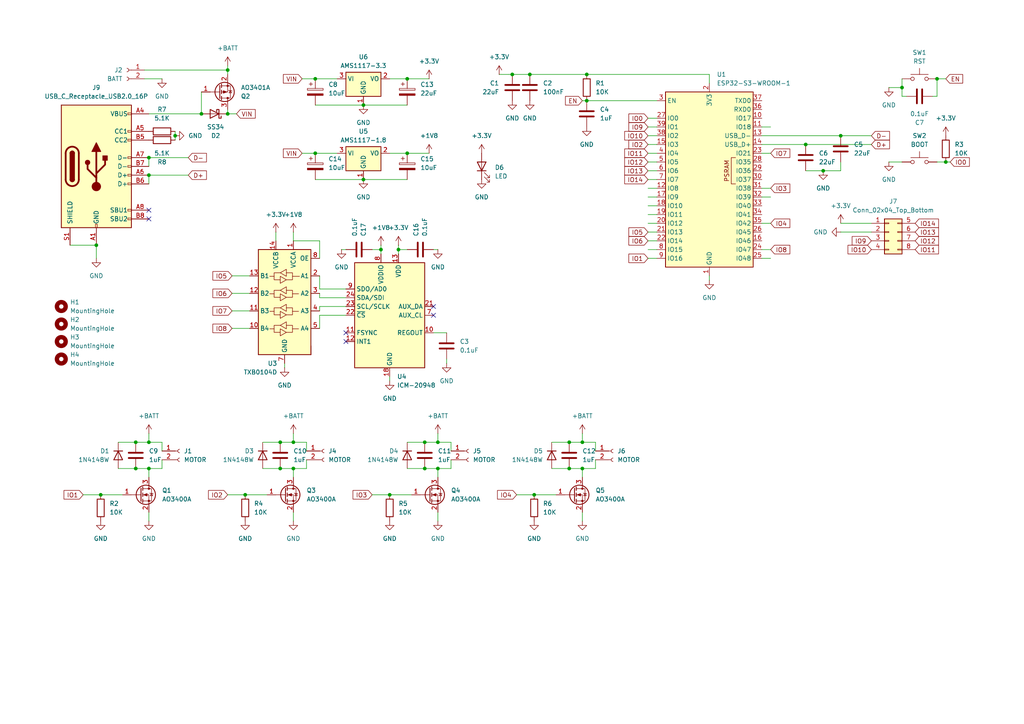
<source format=kicad_sch>
(kicad_sch (version 20250114) (generator "eeschema") (generator_version "9.0")
  (paper "A4")
  (junction (at 105.41 52.07))
  (junction (at 115.57 72.39))
  (junction (at 118.11 22.86))
  (junction (at 91.44 44.45))
  (junction (at 123.19 135.89))
  (junction (at 113.03 143.51))
  (junction (at 43.18 135.89))
  (junction (at 81.28 128.27))
  (junction (at 274.32 46.99))
  (junction (at 43.18 50.8))
  (junction (at 271.78 22.86))
  (junction (at 170.18 29.21))
  (junction (at 66.04 33.02))
  (junction (at 58.42 33.02))
  (junction (at 50.8 39.37))
  (junction (at 261.62 25.4))
  (junction (at 81.28 135.89))
  (junction (at 29.21 143.51))
  (junction (at 105.41 30.48))
  (junction (at 238.76 49.53))
  (junction (at 43.18 45.72))
  (junction (at 148.59 21.59))
  (junction (at 39.37 135.89))
  (junction (at 43.18 128.27))
  (junction (at 85.09 135.89))
  (junction (at 233.68 41.91))
  (junction (at 85.09 128.27))
  (junction (at 170.18 21.59))
  (junction (at 153.67 21.59))
  (junction (at 110.49 72.39))
  (junction (at 123.19 128.27))
  (junction (at 66.04 20.32))
  (junction (at 168.91 128.27))
  (junction (at 168.91 135.89))
  (junction (at 27.94 71.12))
  (junction (at 243.84 39.37))
  (junction (at 91.44 22.86))
  (junction (at 118.11 44.45))
  (junction (at 71.12 143.51))
  (junction (at 39.37 128.27))
  (junction (at 154.94 143.51))
  (junction (at 165.1 135.89))
  (junction (at 127 135.89))
  (junction (at 127 128.27))
  (junction (at 165.1 128.27))
  (no_connect (at 100.33 96.52))
  (no_connect (at 125.73 91.44))
  (no_connect (at 43.18 63.5))
  (no_connect (at 125.73 88.9))
  (no_connect (at 43.18 60.96))
  (no_connect (at 100.33 99.06))
  (wire (pts (xy 220.98 41.91) (xy 233.68 41.91)))
  (wire (pts (xy 82.55 105.41) (xy 82.55 106.68)))
  (wire (pts (xy 187.96 49.53) (xy 190.5 49.53)))
  (wire (pts (xy 123.19 128.27) (xy 127 128.27)))
  (wire (pts (xy 168.91 125.73) (xy 168.91 128.27)))
  (wire (pts (xy 43.18 45.72) (xy 43.18 48.26)))
  (wire (pts (xy 113.03 109.22) (xy 113.03 110.49)))
  (wire (pts (xy 115.57 71.12) (xy 115.57 72.39)))
  (wire (pts (xy 29.21 143.51) (xy 35.56 143.51)))
  (wire (pts (xy 20.32 71.12) (xy 27.94 71.12)))
  (wire (pts (xy 153.67 21.59) (xy 170.18 21.59)))
  (wire (pts (xy 43.18 128.27) (xy 46.99 128.27)))
  (wire (pts (xy 165.1 135.89) (xy 168.91 135.89)))
  (wire (pts (xy 92.71 91.44) (xy 92.71 95.25)))
  (wire (pts (xy 92.71 83.82) (xy 92.71 80.01)))
  (wire (pts (xy 257.81 25.4) (xy 261.62 25.4)))
  (wire (pts (xy 85.09 135.89) (xy 85.09 138.43)))
  (wire (pts (xy 187.96 69.85) (xy 190.5 69.85)))
  (wire (pts (xy 46.99 22.86) (xy 41.91 22.86)))
  (wire (pts (xy 43.18 135.89) (xy 43.18 138.43)))
  (wire (pts (xy 43.18 125.73) (xy 43.18 128.27)))
  (wire (pts (xy 172.72 133.35) (xy 172.72 135.89)))
  (wire (pts (xy 92.71 88.9) (xy 92.71 90.17)))
  (wire (pts (xy 170.18 29.21) (xy 190.5 29.21)))
  (wire (pts (xy 43.18 148.59) (xy 43.18 151.13)))
  (wire (pts (xy 100.33 83.82) (xy 92.71 83.82)))
  (wire (pts (xy 118.11 44.45) (xy 124.46 44.45)))
  (wire (pts (xy 34.29 135.89) (xy 39.37 135.89)))
  (wire (pts (xy 257.81 46.99) (xy 261.62 46.99)))
  (wire (pts (xy 172.72 135.89) (xy 168.91 135.89)))
  (wire (pts (xy 168.91 29.21) (xy 170.18 29.21)))
  (wire (pts (xy 91.44 44.45) (xy 97.79 44.45)))
  (wire (pts (xy 160.02 128.27) (xy 165.1 128.27)))
  (wire (pts (xy 66.04 20.32) (xy 66.04 21.59)))
  (wire (pts (xy 88.9 135.89) (xy 85.09 135.89)))
  (wire (pts (xy 125.73 96.52) (xy 129.54 96.52)))
  (wire (pts (xy 154.94 143.51) (xy 161.29 143.51)))
  (wire (pts (xy 271.78 27.94) (xy 271.78 22.86)))
  (wire (pts (xy 168.91 148.59) (xy 168.91 151.13)))
  (wire (pts (xy 50.8 39.37) (xy 50.8 40.64)))
  (wire (pts (xy 127 125.73) (xy 127 128.27)))
  (wire (pts (xy 187.96 52.07) (xy 190.5 52.07)))
  (wire (pts (xy 261.62 22.86) (xy 261.62 25.4)))
  (wire (pts (xy 187.96 44.45) (xy 190.5 44.45)))
  (wire (pts (xy 220.98 74.93) (xy 223.52 74.93)))
  (wire (pts (xy 85.09 148.59) (xy 85.09 151.13)))
  (wire (pts (xy 261.62 27.94) (xy 262.89 27.94)))
  (wire (pts (xy 39.37 128.27) (xy 43.18 128.27)))
  (wire (pts (xy 220.98 64.77) (xy 223.52 64.77)))
  (wire (pts (xy 87.63 44.45) (xy 91.44 44.45)))
  (wire (pts (xy 27.94 71.12) (xy 27.94 74.93)))
  (wire (pts (xy 125.73 72.39) (xy 127 72.39)))
  (wire (pts (xy 220.98 44.45) (xy 223.52 44.45)))
  (wire (pts (xy 243.84 67.31) (xy 252.73 67.31)))
  (wire (pts (xy 168.91 128.27) (xy 172.72 128.27)))
  (wire (pts (xy 187.96 36.83) (xy 190.5 36.83)))
  (wire (pts (xy 92.71 86.36) (xy 92.71 85.09)))
  (wire (pts (xy 46.99 133.35) (xy 46.99 135.89)))
  (wire (pts (xy 92.71 69.85) (xy 85.09 69.85)))
  (wire (pts (xy 113.03 44.45) (xy 118.11 44.45)))
  (wire (pts (xy 87.63 22.86) (xy 91.44 22.86)))
  (wire (pts (xy 127 135.89) (xy 127 138.43)))
  (wire (pts (xy 67.31 85.09) (xy 72.39 85.09)))
  (wire (pts (xy 100.33 88.9) (xy 92.71 88.9)))
  (wire (pts (xy 187.96 57.15) (xy 190.5 57.15)))
  (wire (pts (xy 100.33 86.36) (xy 92.71 86.36)))
  (wire (pts (xy 113.03 22.86) (xy 118.11 22.86)))
  (wire (pts (xy 43.18 45.72) (xy 54.61 45.72)))
  (wire (pts (xy 220.98 54.61) (xy 223.52 54.61)))
  (wire (pts (xy 66.04 19.05) (xy 66.04 20.32)))
  (wire (pts (xy 107.95 72.39) (xy 110.49 72.39)))
  (wire (pts (xy 58.42 33.02) (xy 58.42 26.67)))
  (wire (pts (xy 107.95 143.51) (xy 113.03 143.51)))
  (wire (pts (xy 160.02 135.89) (xy 165.1 135.89)))
  (wire (pts (xy 233.68 41.91) (xy 252.73 41.91)))
  (wire (pts (xy 187.96 59.69) (xy 190.5 59.69)))
  (wire (pts (xy 130.81 128.27) (xy 130.81 130.81)))
  (wire (pts (xy 118.11 128.27) (xy 123.19 128.27)))
  (wire (pts (xy 46.99 128.27) (xy 46.99 130.81)))
  (wire (pts (xy 88.9 133.35) (xy 88.9 135.89)))
  (wire (pts (xy 105.41 52.07) (xy 118.11 52.07)))
  (wire (pts (xy 41.91 20.32) (xy 66.04 20.32)))
  (wire (pts (xy 85.09 128.27) (xy 88.9 128.27)))
  (wire (pts (xy 43.18 33.02) (xy 58.42 33.02)))
  (wire (pts (xy 110.49 71.12) (xy 110.49 72.39)))
  (wire (pts (xy 118.11 135.89) (xy 123.19 135.89)))
  (wire (pts (xy 238.76 49.53) (xy 243.84 49.53)))
  (wire (pts (xy 39.37 135.89) (xy 43.18 135.89)))
  (wire (pts (xy 187.96 64.77) (xy 190.5 64.77)))
  (wire (pts (xy 66.04 31.75) (xy 66.04 33.02)))
  (wire (pts (xy 187.96 39.37) (xy 190.5 39.37)))
  (wire (pts (xy 113.03 143.51) (xy 119.38 143.51)))
  (wire (pts (xy 172.72 128.27) (xy 172.72 130.81)))
  (wire (pts (xy 271.78 46.99) (xy 274.32 46.99)))
  (wire (pts (xy 130.81 135.89) (xy 127 135.89)))
  (wire (pts (xy 100.33 72.39) (xy 99.06 72.39)))
  (wire (pts (xy 127 148.59) (xy 127 151.13)))
  (wire (pts (xy 76.2 135.89) (xy 81.28 135.89)))
  (wire (pts (xy 80.01 67.31) (xy 80.01 69.85)))
  (wire (pts (xy 123.19 135.89) (xy 127 135.89)))
  (wire (pts (xy 220.98 72.39) (xy 223.52 72.39)))
  (wire (pts (xy 67.31 90.17) (xy 72.39 90.17)))
  (wire (pts (xy 187.96 54.61) (xy 190.5 54.61)))
  (wire (pts (xy 115.57 72.39) (xy 115.57 73.66)))
  (wire (pts (xy 148.59 21.59) (xy 153.67 21.59)))
  (wire (pts (xy 148.59 21.59) (xy 144.78 21.59)))
  (wire (pts (xy 187.96 41.91) (xy 190.5 41.91)))
  (wire (pts (xy 130.81 133.35) (xy 130.81 135.89)))
  (wire (pts (xy 66.04 143.51) (xy 71.12 143.51)))
  (wire (pts (xy 91.44 30.48) (xy 105.41 30.48)))
  (wire (pts (xy 88.9 128.27) (xy 88.9 130.81)))
  (wire (pts (xy 274.32 46.99) (xy 275.59 46.99)))
  (wire (pts (xy 205.74 81.28) (xy 205.74 80.01)))
  (wire (pts (xy 115.57 72.39) (xy 118.11 72.39)))
  (wire (pts (xy 149.86 143.51) (xy 154.94 143.51)))
  (wire (pts (xy 118.11 22.86) (xy 124.46 22.86)))
  (wire (pts (xy 129.54 104.14) (xy 129.54 105.41)))
  (wire (pts (xy 92.71 74.93) (xy 92.71 69.85)))
  (wire (pts (xy 81.28 128.27) (xy 85.09 128.27)))
  (wire (pts (xy 187.96 67.31) (xy 190.5 67.31)))
  (wire (pts (xy 91.44 52.07) (xy 105.41 52.07)))
  (wire (pts (xy 105.41 30.48) (xy 118.11 30.48)))
  (wire (pts (xy 85.09 67.31) (xy 85.09 69.85)))
  (wire (pts (xy 261.62 25.4) (xy 261.62 27.94)))
  (wire (pts (xy 127 128.27) (xy 130.81 128.27)))
  (wire (pts (xy 165.1 128.27) (xy 168.91 128.27)))
  (wire (pts (xy 243.84 49.53) (xy 243.84 46.99)))
  (wire (pts (xy 76.2 128.27) (xy 81.28 128.27)))
  (wire (pts (xy 46.99 135.89) (xy 43.18 135.89)))
  (wire (pts (xy 220.98 39.37) (xy 243.84 39.37)))
  (wire (pts (xy 24.13 143.51) (xy 29.21 143.51)))
  (wire (pts (xy 271.78 22.86) (xy 274.32 22.86)))
  (wire (pts (xy 50.8 38.1) (xy 50.8 39.37)))
  (wire (pts (xy 100.33 91.44) (xy 92.71 91.44)))
  (wire (pts (xy 67.31 95.25) (xy 72.39 95.25)))
  (wire (pts (xy 187.96 74.93) (xy 190.5 74.93)))
  (wire (pts (xy 187.96 46.99) (xy 190.5 46.99)))
  (wire (pts (xy 85.09 125.73) (xy 85.09 128.27)))
  (wire (pts (xy 187.96 62.23) (xy 190.5 62.23)))
  (wire (pts (xy 233.68 49.53) (xy 238.76 49.53)))
  (wire (pts (xy 243.84 64.77) (xy 252.73 64.77)))
  (wire (pts (xy 168.91 135.89) (xy 168.91 138.43)))
  (wire (pts (xy 243.84 39.37) (xy 252.73 39.37)))
  (wire (pts (xy 43.18 50.8) (xy 43.18 53.34)))
  (wire (pts (xy 187.96 34.29) (xy 190.5 34.29)))
  (wire (pts (xy 270.51 27.94) (xy 271.78 27.94)))
  (wire (pts (xy 67.31 80.01) (xy 72.39 80.01)))
  (wire (pts (xy 71.12 143.51) (xy 77.47 143.51)))
  (wire (pts (xy 91.44 22.86) (xy 97.79 22.86)))
  (wire (pts (xy 110.49 72.39) (xy 110.49 73.66)))
  (wire (pts (xy 66.04 33.02) (xy 68.58 33.02)))
  (wire (pts (xy 187.96 72.39) (xy 190.5 72.39)))
  (wire (pts (xy 43.18 50.8) (xy 54.61 50.8)))
  (wire (pts (xy 205.74 24.13) (xy 205.74 21.59)))
  (wire (pts (xy 220.98 57.15) (xy 223.52 57.15)))
  (wire (pts (xy 220.98 36.83) (xy 223.52 36.83)))
  (wire (pts (xy 170.18 21.59) (xy 205.74 21.59)))
  (wire (pts (xy 34.29 128.27) (xy 39.37 128.27)))
  (wire (pts (xy 81.28 135.89) (xy 85.09 135.89)))
  (global_label "IO6" (shape input) (at 67.31 85.09 180) (property "Intersheetrefs" "${INTERSHEET_REFS}" (effects (hide yes))))
  (global_label "IO1" (shape input) (at 187.96 74.93 180) (property "Intersheetrefs" "${INTERSHEET_REFS}" (effects (hide yes))))
  (global_label "IO9" (shape input) (at 252.73 69.85 180) (property "Intersheetrefs" "${INTERSHEET_REFS}" (effects (hide yes))))
  (global_label "D+" (shape input) (at 54.61 50.8 0) (property "Intersheetrefs" "${INTERSHEET_REFS}" (effects (hide yes))))
  (global_label "IO8" (shape input) (at 223.52 72.39 0) (property "Intersheetrefs" "${INTERSHEET_REFS}" (effects (hide yes))))
  (global_label "IO5" (shape input) (at 67.31 80.01 180) (property "Intersheetrefs" "${INTERSHEET_REFS}" (effects (hide yes))))
  (global_label "IO6" (shape input) (at 187.96 69.85 180) (property "Intersheetrefs" "${INTERSHEET_REFS}" (effects (hide yes))))
  (global_label "IO2" (shape input) (at 187.96 41.91 180) (property "Intersheetrefs" "${INTERSHEET_REFS}" (effects (hide yes))))
  (global_label "IO3" (shape input) (at 107.95 143.51 180) (property "Intersheetrefs" "${INTERSHEET_REFS}" (effects (hide yes))))
  (global_label "IO13" (shape input) (at 187.96 49.53 180) (property "Intersheetrefs" "${INTERSHEET_REFS}" (effects (hide yes))))
  (global_label "IO12" (shape input) (at 187.96 46.99 180) (property "Intersheetrefs" "${INTERSHEET_REFS}" (effects (hide yes))))
  (global_label "VIN" (shape input) (at 68.58 33.02 0) (property "Intersheetrefs" "${INTERSHEET_REFS}" (effects (hide yes))))
  (global_label "IO7" (shape input) (at 223.52 44.45 0) (property "Intersheetrefs" "${INTERSHEET_REFS}" (effects (hide yes))))
  (global_label "IO13" (shape input) (at 265.43 67.31 0) (property "Intersheetrefs" "${INTERSHEET_REFS}" (effects (hide yes))))
  (global_label "IO2" (shape input) (at 66.04 143.51 180) (property "Intersheetrefs" "${INTERSHEET_REFS}" (effects (hide yes))))
  (global_label "IO11" (shape input) (at 187.96 44.45 180) (property "Intersheetrefs" "${INTERSHEET_REFS}" (effects (hide yes))))
  (global_label "D-" (shape input) (at 252.73 39.37 0) (property "Intersheetrefs" "${INTERSHEET_REFS}" (effects (hide yes))))
  (global_label "IO10" (shape input) (at 252.73 72.39 180) (property "Intersheetrefs" "${INTERSHEET_REFS}" (effects (hide yes))))
  (global_label "EN" (shape input) (at 168.91 29.21 180) (property "Intersheetrefs" "${INTERSHEET_REFS}" (effects (hide yes))))
  (global_label "IO0" (shape input) (at 187.96 34.29 180) (property "Intersheetrefs" "${INTERSHEET_REFS}" (effects (hide yes))))
  (global_label "D+" (shape input) (at 252.73 41.91 0) (property "Intersheetrefs" "${INTERSHEET_REFS}" (effects (hide yes))))
  (global_label "IO0" (shape input) (at 275.59 46.99 0) (property "Intersheetrefs" "${INTERSHEET_REFS}" (effects (hide yes))))
  (global_label "IO11" (shape input) (at 265.43 72.39 0) (property "Intersheetrefs" "${INTERSHEET_REFS}" (effects (hide yes))))
  (global_label "IO8" (shape input) (at 67.31 95.25 180) (property "Intersheetrefs" "${INTERSHEET_REFS}" (effects (hide yes))))
  (global_label "IO7" (shape input) (at 67.31 90.17 180) (property "Intersheetrefs" "${INTERSHEET_REFS}" (effects (hide yes))))
  (global_label "D-" (shape input) (at 54.61 45.72 0) (property "Intersheetrefs" "${INTERSHEET_REFS}" (effects (hide yes))))
  (global_label "IO3" (shape input) (at 223.52 54.61 0) (property "Intersheetrefs" "${INTERSHEET_REFS}" (effects (hide yes))))
  (global_label "IO1" (shape input) (at 24.13 143.51 180) (property "Intersheetrefs" "${INTERSHEET_REFS}" (effects (hide yes))))
  (global_label "IO5" (shape input) (at 187.96 67.31 180) (property "Intersheetrefs" "${INTERSHEET_REFS}" (effects (hide yes))))
  (global_label "IO4" (shape input) (at 149.86 143.51 180) (property "Intersheetrefs" "${INTERSHEET_REFS}" (effects (hide yes))))
  (global_label "IO12" (shape input) (at 265.43 69.85 0) (property "Intersheetrefs" "${INTERSHEET_REFS}" (effects (hide yes))))
  (global_label "IO14" (shape input) (at 265.43 64.77 0) (property "Intersheetrefs" "${INTERSHEET_REFS}" (effects (hide yes))))
  (global_label "VIN" (shape input) (at 87.63 22.86 180) (property "Intersheetrefs" "${INTERSHEET_REFS}" (effects (hide yes))))
  (global_label "IO9" (shape input) (at 187.96 36.83 180) (property "Intersheetrefs" "${INTERSHEET_REFS}" (effects (hide yes))))
  (global_label "EN" (shape input) (at 274.32 22.86 0) (property "Intersheetrefs" "${INTERSHEET_REFS}" (effects (hide yes))))
  (global_label "VIN" (shape input) (at 87.63 44.45 180) (property "Intersheetrefs" "${INTERSHEET_REFS}" (effects (hide yes))))
  (global_label "IO10" (shape input) (at 187.96 39.37 180) (property "Intersheetrefs" "${INTERSHEET_REFS}" (effects (hide yes))))
  (global_label "IO4" (shape input) (at 223.52 64.77 0) (property "Intersheetrefs" "${INTERSHEET_REFS}" (effects (hide yes))))
  (global_label "IO14" (shape input) (at 187.96 52.07 180) (property "Intersheetrefs" "${INTERSHEET_REFS}" (effects (hide yes))))
  (symbol (lib_id "power:GND") (at 170.18 36.83 0) (unit 1)
    (property "Reference" "#PWR07" (effects (hide yes)))
    (property "Value" "GND" (at 170.18 41.91 0))
    (property "Description" "Power symbol creates a global label with name \"GND\" , ground" (effects (hide yes)))
  )
  (symbol (lib_id "RF_Module:ESP32-S3-WROOM-1") (at 205.74 52.07 0) (unit 1)
    (property "Reference" "U1" (at 207.8833 21.59 0) (effects (justify left)))
    (property "Value" "ESP32-S3-WROOM-1" (at 207.8833 24.13 0) (effects (justify left)))
    (property "Footprint" "RF_Module:ESP32-S3-WROOM-1" (effects (hide yes)))
    (property "Datasheet" "https://www.espressif.com/sites/default/files/documentation/esp32-s3-wroom-1_wroom-1u_datasheet_en.pdf" (effects (hide yes)))
    (property "Description" "RF Module, ESP32-S3 SoC, Wi-Fi 802.11b/g/n, Bluetooth, BLE, 32-bit, 3.3V, onboard antenna, SMD" (effects (hide yes)))
  )
  (symbol (lib_id "Device:C") (at 165.1 132.08 0) (unit 1)
    (property "Reference" "C12" (at 168.91 130.8099 0) (effects (justify left)))
    (property "Value" "1uF" (at 168.91 133.3499 0) (effects (justify left)))
    (property "Footprint" "Capacitor_SMD:C_0805_2012Metric" (effects (hide yes)))
    (property "Description" "Unpolarized capacitor" (effects (hide yes)))
  )
  (symbol (lib_id "Mechanical:MountingHole") (at 17.78 93.98 0) (unit 1) (exclude_from_sim yes) (in_bom no)
    (property "Reference" "H2" (at 20.32 92.7099 0) (effects (justify left)))
    (property "Value" "MountingHole" (at 20.32 95.2499 0) (effects (justify left)))
    (property "Footprint" "MountingHole:MountingHole_2.1mm" (effects (hide yes)))
    (property "Description" "Mounting Hole without connection" (effects (hide yes)))
  )
  (symbol (lib_id "Logic_LevelTranslator:TXB0104D") (at 82.55 87.63 0) (mirror y) (unit 1)
    (property "Reference" "U3" (at 80.4067 105.41 0) (effects (justify left)))
    (property "Value" "TXB0104D" (at 80.4067 107.95 0) (effects (justify left)))
    (property "Footprint" "Package_SO:SOIC-14_3.9x8.7mm_P1.27mm" (effects (hide yes)))
    (property "Datasheet" "http://www.ti.com/lit/ds/symlink/txb0104.pdf" (effects (hide yes)))
    (property "Description" "4-Bit Bidirectional Voltage-Level Translator, Auto Direction Sensing and ±15-kV ESD Protection, 1.2 - 3.6V APort, 1.65 - 5.5V BPort, SOIC-14" (effects (hide yes)))
  )
  (symbol (lib_id "Device:R") (at 113.03 147.32 0) (unit 1)
    (property "Reference" "R5" (at 115.57 146.0499 0) (effects (justify left)))
    (property "Value" "10K" (at 115.57 148.5899 0) (effects (justify left)))
    (property "Footprint" "Resistor_SMD:R_0805_2012Metric" (effects (hide yes)))
    (property "Description" "Resistor" (effects (hide yes)))
  )
  (symbol (lib_id "power:GND") (at 238.76 49.53 0) (unit 1)
    (property "Reference" "#PWR08" (effects (hide yes)))
    (property "Value" "GND" (at 238.76 54.61 0))
    (property "Description" "Power symbol creates a global label with name \"GND\" , ground" (effects (hide yes)))
  )
  (symbol (lib_id "Transistor_FET:AO3401A") (at 63.5 26.67 0) (mirror x) (unit 1)
    (property "Reference" "Q2" (at 69.85 27.9401 0) (effects (justify left)))
    (property "Value" "AO3401A" (at 69.85 25.4001 0) (effects (justify left)))
    (property "Footprint" "Package_TO_SOT_SMD:SOT-23" (effects (hide yes)))
    (property "Datasheet" "http://www.aosmd.com/pdfs/datasheet/AO3401A.pdf" (effects (hide yes)))
    (property "Description" "-4.0A Id, -30V Vds, P-Channel MOSFET, SOT-23" (effects (hide yes)))
  )
  (symbol (lib_id "Connector:Conn_01x02_Socket") (at 135.89 130.81 0) (unit 1)
    (property "Reference" "J5" (at 137.16 130.8099 0) (effects (justify left)))
    (property "Value" "MOTOR" (at 137.16 133.3499 0) (effects (justify left)))
    (property "Footprint" "Jumper:SolderJumper-2_P1.3mm_Open_TrianglePad1.0x1.5mm" (effects (hide yes)))
    (property "Description" "Generic connector, single row, 01x02, script generated" (effects (hide yes)))
  )
  (symbol (lib_id "Transistor_FET:AO3400A") (at 82.55 143.51 0) (unit 1)
    (property "Reference" "Q3" (at 88.9 142.2399 0) (effects (justify left)))
    (property "Value" "AO3400A" (at 88.9 144.7799 0) (effects (justify left)))
    (property "Footprint" "Package_TO_SOT_SMD:SOT-23" (effects (hide yes)))
    (property "Datasheet" "http://www.aosmd.com/pdfs/datasheet/AO3400A.pdf" (effects (hide yes)))
    (property "Description" "30V Vds, 5.7A Id, N-Channel MOSFET, SOT-23" (effects (hide yes)))
  )
  (symbol (lib_id "power:+BATT") (at 43.18 125.73 0) (unit 1)
    (property "Reference" "#PWR013" (effects (hide yes)))
    (property "Value" "+BATT" (at 43.18 120.65 0))
    (property "Description" "Power symbol creates a global label with name \"+BATT\"" (effects (hide yes)))
  )
  (symbol (lib_id "power:GND") (at 105.41 52.07 0) (unit 1)
    (property "Reference" "#PWR030" (effects (hide yes)))
    (property "Value" "GND" (at 105.41 57.15 0))
    (property "Description" "Power symbol creates a global label with name \"GND\" , ground" (effects (hide yes)))
  )
  (symbol (lib_id "power:GND") (at 139.7 52.07 0) (unit 1)
    (property "Reference" "#PWR044" (effects (hide yes)))
    (property "Value" "GND" (at 139.7 57.15 0))
    (property "Description" "Power symbol creates a global label with name \"GND\" , ground" (effects (hide yes)))
  )
  (symbol (lib_id "power:GND") (at 113.03 151.13 0) (unit 1)
    (property "Reference" "#PWR022" (effects (hide yes)))
    (property "Value" "GND" (at 113.03 156.21 0))
    (property "Description" "Power symbol creates a global label with name \"GND\" , ground" (effects (hide yes)))
  )
  (symbol (lib_id "Device:C") (at 266.7 27.94 90) (mirror x) (unit 1)
    (property "Reference" "C7" (at 266.7 35.56 90))
    (property "Value" "0.1uF" (at 266.7 33.02 90))
    (property "Footprint" "Capacitor_SMD:C_0805_2012Metric" (effects (hide yes)))
    (property "Description" "Unpolarized capacitor" (effects (hide yes)))
  )
  (symbol (lib_id "power:GND") (at 148.59 29.21 0) (unit 1)
    (property "Reference" "#PWR03" (effects (hide yes)))
    (property "Value" "GND" (at 148.59 34.29 0))
    (property "Description" "Power symbol creates a global label with name \"GND\" , ground" (effects (hide yes)))
  )
  (symbol (lib_id "Device:C") (at 104.14 72.39 270) (mirror x) (unit 1)
    (property "Reference" "C17" (at 105.4101 68.58 0) (effects (justify left)))
    (property "Value" "0.1uF" (at 102.8701 68.58 0) (effects (justify left)))
    (property "Footprint" "Capacitor_SMD:C_0805_2012Metric" (effects (hide yes)))
    (property "Description" "Unpolarized capacitor" (effects (hide yes)))
  )
  (symbol (lib_id "power:GND") (at 154.94 151.13 0) (unit 1)
    (property "Reference" "#PWR025" (effects (hide yes)))
    (property "Value" "GND" (at 154.94 156.21 0))
    (property "Description" "Power symbol creates a global label with name \"GND\" , ground" (effects (hide yes)))
  )
  (symbol (lib_id "Device:C_Polarized") (at 91.44 48.26 0) (unit 1)
    (property "Reference" "C14" (at 95.25 46.1009 0) (effects (justify left)))
    (property "Value" "10uF" (at 95.25 48.6409 0) (effects (justify left)))
    (property "Footprint" "Capacitor_SMD:C_0805_2012Metric" (effects (hide yes)))
    (property "Description" "Polarized capacitor" (effects (hide yes)))
  )
  (symbol (lib_id "power:+BATT") (at 168.91 125.73 0) (unit 1)
    (property "Reference" "#PWR026" (effects (hide yes)))
    (property "Value" "+BATT" (at 168.91 120.65 0))
    (property "Description" "Power symbol creates a global label with name \"+BATT\"" (effects (hide yes)))
  )
  (symbol (lib_id "power:GND") (at 27.94 74.93 0) (unit 1)
    (property "Reference" "#PWR04" (effects (hide yes)))
    (property "Value" "GND" (at 27.94 80.01 0))
    (property "Description" "Power symbol creates a global label with name \"GND\" , ground" (effects (hide yes)))
  )
  (symbol (lib_id "power:GND") (at 50.8 39.37 90) (unit 1)
    (property "Reference" "#PWR029" (effects (hide yes)))
    (property "Value" "GND" (at 54.61 39.3699 90) (effects (justify right)))
    (property "Description" "Power symbol creates a global label with name \"GND\" , ground" (effects (hide yes)))
  )
  (symbol (lib_id "Device:C_Polarized") (at 91.44 26.67 0) (unit 1)
    (property "Reference" "C8" (at 95.25 24.5109 0) (effects (justify left)))
    (property "Value" "10uF" (at 95.25 27.0509 0) (effects (justify left)))
    (property "Footprint" "Capacitor_SMD:C_0805_2012Metric" (effects (hide yes)))
    (property "Description" "Polarized capacitor" (effects (hide yes)))
  )
  (symbol (lib_id "Device:C") (at 153.67 25.4 0) (unit 1)
    (property "Reference" "C2" (at 157.48 24.1299 0) (effects (justify left)))
    (property "Value" "100nF" (at 157.48 26.6699 0) (effects (justify left)))
    (property "Footprint" "Capacitor_SMD:C_0805_2012Metric" (effects (hide yes)))
    (property "Description" "Unpolarized capacitor" (effects (hide yes)))
  )
  (symbol (lib_id "power:GND") (at 85.09 151.13 0) (unit 1)
    (property "Reference" "#PWR021" (effects (hide yes)))
    (property "Value" "GND" (at 85.09 156.21 0))
    (property "Description" "Power symbol creates a global label with name \"GND\" , ground" (effects (hide yes)))
  )
  (symbol (lib_id "Diode:1N4148W") (at 160.02 132.08 90) (mirror x) (unit 1)
    (property "Reference" "D5" (at 157.48 130.8099 90) (effects (justify left)))
    (property "Value" "1N4148W" (at 157.48 133.3499 90) (effects (justify left)))
    (property "Footprint" "Diode_SMD:D_SOD-123" (effects (hide yes)))
    (property "Datasheet" "https://www.vishay.com/docs/85748/1n4148w.pdf" (effects (hide yes)))
    (property "Description" "75V 0.15A Fast Switching Diode, SOD-123" (effects (hide yes)))
    (property "Sim.Device" "D" (effects (hide yes)))
    (property "Sim.Pins" "1=K 2=A" (effects (hide yes)))
  )
  (symbol (lib_id "power:+1V8") (at 110.49 71.12 0) (mirror y) (unit 1)
    (property "Reference" "#PWR035" (effects (hide yes)))
    (property "Value" "+1V8" (at 110.49 66.04 0))
    (property "Description" "Power symbol creates a global label with name \"+1V8\"" (effects (hide yes)))
  )
  (symbol (lib_id "Switch:SW_Push") (at 266.7 46.99 0) (unit 1)
    (property "Reference" "SW2" (at 266.7 39.37 0))
    (property "Value" "BOOT" (at 266.7 41.91 0))
    (property "Footprint" "Button_Switch_SMD:SW_SPST_B3U-1000P" (effects (hide yes)))
    (property "Description" "Push button switch, generic, two pins" (effects (hide yes)))
  )
  (symbol (lib_id "power:+1V8") (at 85.09 67.31 0) (unit 1)
    (property "Reference" "#PWR032" (effects (hide yes)))
    (property "Value" "+1V8" (at 85.09 62.23 0))
    (property "Description" "Power symbol creates a global label with name \"+1V8\"" (effects (hide yes)))
  )
  (symbol (lib_id "Device:R") (at 29.21 147.32 0) (unit 1)
    (property "Reference" "R2" (at 31.75 146.0499 0) (effects (justify left)))
    (property "Value" "10K" (at 31.75 148.5899 0) (effects (justify left)))
    (property "Footprint" "Resistor_SMD:R_0805_2012Metric" (effects (hide yes)))
    (property "Description" "Resistor" (effects (hide yes)))
  )
  (symbol (lib_id "Mechanical:MountingHole") (at 17.78 88.9 0) (unit 1) (exclude_from_sim yes) (in_bom no)
    (property "Reference" "H1" (at 20.32 87.6299 0) (effects (justify left)))
    (property "Value" "MountingHole" (at 20.32 90.1699 0) (effects (justify left)))
    (property "Footprint" "MountingHole:MountingHole_2.1mm" (effects (hide yes)))
    (property "Description" "Mounting Hole without connection" (effects (hide yes)))
  )
  (symbol (lib_id "power:+BATT") (at 85.09 125.73 0) (unit 1)
    (property "Reference" "#PWR020" (effects (hide yes)))
    (property "Value" "+BATT" (at 85.09 120.65 0))
    (property "Description" "Power symbol creates a global label with name \"+BATT\"" (effects (hide yes)))
  )
  (symbol (lib_id "Switch:SW_Push") (at 266.7 22.86 0) (unit 1)
    (property "Reference" "SW1" (at 266.7 15.24 0))
    (property "Value" "RST" (at 266.7 17.78 0))
    (property "Footprint" "Button_Switch_SMD:SW_SPST_B3U-1000P" (effects (hide yes)))
    (property "Description" "Push button switch, generic, two pins" (effects (hide yes)))
  )
  (symbol (lib_id "Device:R") (at 274.32 43.18 0) (unit 1)
    (property "Reference" "R3" (at 276.86 41.9099 0) (effects (justify left)))
    (property "Value" "10K" (at 276.86 44.4499 0) (effects (justify left)))
    (property "Footprint" "Resistor_SMD:R_0805_2012Metric" (effects (hide yes)))
    (property "Description" "Resistor" (effects (hide yes)))
  )
  (symbol (lib_id "power:GND") (at 99.06 72.39 0) (mirror y) (unit 1)
    (property "Reference" "#PWR040" (effects (hide yes)))
    (property "Value" "GND" (at 99.06 77.47 0))
    (property "Description" "Power symbol creates a global label with name \"GND\" , ground" (effects (hide yes)))
  )
  (symbol (lib_id "Device:C") (at 81.28 132.08 0) (unit 1)
    (property "Reference" "C10" (at 85.09 130.8099 0) (effects (justify left)))
    (property "Value" "1uF" (at 85.09 133.3499 0) (effects (justify left)))
    (property "Footprint" "Capacitor_SMD:C_0805_2012Metric" (effects (hide yes)))
    (property "Description" "Unpolarized capacitor" (effects (hide yes)))
  )
  (symbol (lib_id "power:GND") (at 168.91 151.13 0) (unit 1)
    (property "Reference" "#PWR027" (effects (hide yes)))
    (property "Value" "GND" (at 168.91 156.21 0))
    (property "Description" "Power symbol creates a global label with name \"GND\" , ground" (effects (hide yes)))
  )
  (symbol (lib_id "Device:C") (at 243.84 43.18 0) (unit 1)
    (property "Reference" "C5" (at 247.65 41.9099 0) (effects (justify left)))
    (property "Value" "22uF" (at 247.65 44.4499 0) (effects (justify left)))
    (property "Footprint" "Capacitor_SMD:C_0805_2012Metric" (effects (hide yes)))
    (property "Description" "Unpolarized capacitor" (effects (hide yes)))
  )
  (symbol (lib_id "power:+BATT") (at 127 125.73 0) (unit 1)
    (property "Reference" "#PWR023" (effects (hide yes)))
    (property "Value" "+BATT" (at 127 120.65 0))
    (property "Description" "Power symbol creates a global label with name \"+BATT\"" (effects (hide yes)))
  )
  (symbol (lib_id "power:GND") (at 129.54 105.41 0) (unit 1)
    (property "Reference" "#PWR038" (effects (hide yes)))
    (property "Value" "GND" (at 129.54 110.49 0))
    (property "Description" "Power symbol creates a global label with name \"GND\" , ground" (effects (hide yes)))
  )
  (symbol (lib_id "Device:R") (at 154.94 147.32 0) (unit 1)
    (property "Reference" "R6" (at 157.48 146.0499 0) (effects (justify left)))
    (property "Value" "10K" (at 157.48 148.5899 0) (effects (justify left)))
    (property "Footprint" "Resistor_SMD:R_0805_2012Metric" (effects (hide yes)))
    (property "Description" "Resistor" (effects (hide yes)))
  )
  (symbol (lib_id "power:+3.3V") (at 243.84 64.77 0) (unit 1)
    (property "Reference" "#PWR041" (effects (hide yes)))
    (property "Value" "+3.3V" (at 243.84 59.69 0))
    (property "Description" "Power symbol creates a global label with name \"+3.3V\"" (effects (hide yes)))
  )
  (symbol (lib_id "Regulator_Linear:AMS1117-3.3") (at 105.41 22.86 0) (unit 1)
    (property "Reference" "U6" (at 105.41 16.51 0))
    (property "Value" "AMS1117-3.3" (at 105.41 19.05 0))
    (property "Footprint" "Package_TO_SOT_SMD:SOT-223-3_TabPin2" (effects (hide yes)))
    (property "Datasheet" "http://www.advanced-monolithic.com/pdf/ds1117.pdf" (effects (hide yes)))
    (property "Description" "1A Low Dropout regulator, positive, 3.3V fixed output, SOT-223" (effects (hide yes)))
  )
  (symbol (lib_id "power:GND") (at 43.18 151.13 0) (unit 1)
    (property "Reference" "#PWR015" (effects (hide yes)))
    (property "Value" "GND" (at 43.18 156.21 0))
    (property "Description" "Power symbol creates a global label with name \"GND\" , ground" (effects (hide yes)))
  )
  (symbol (lib_id "Device:C_Polarized") (at 118.11 48.26 0) (unit 1)
    (property "Reference" "C15" (at 121.92 46.1009 0) (effects (justify left)))
    (property "Value" "10uF" (at 121.92 48.6409 0) (effects (justify left)))
    (property "Footprint" "Capacitor_SMD:C_0805_2012Metric" (effects (hide yes)))
    (property "Description" "Polarized capacitor" (effects (hide yes)))
  )
  (symbol (lib_id "Device:LED") (at 139.7 48.26 90) (unit 1)
    (property "Reference" "D6" (at 143.51 48.5774 90) (effects (justify right)))
    (property "Value" "LED" (at 143.51 51.1174 90) (effects (justify right)))
    (property "Footprint" "LED_SMD:LED_0805_2012Metric" (effects (hide yes)))
    (property "Description" "Light emitting diode" (effects (hide yes)))
    (property "Sim.Pins" "1=K 2=A" (effects (hide yes)))
  )
  (symbol (lib_id "power:GND") (at 257.81 25.4 0) (unit 1)
    (property "Reference" "#PWR09" (effects (hide yes)))
    (property "Value" "GND" (at 257.81 30.48 0))
    (property "Description" "Power symbol creates a global label with name \"GND\" , ground" (effects (hide yes)))
  )
  (symbol (lib_id "Transistor_FET:AO3400A") (at 124.46 143.51 0) (unit 1)
    (property "Reference" "Q4" (at 130.81 142.2399 0) (effects (justify left)))
    (property "Value" "AO3400A" (at 130.81 144.7799 0) (effects (justify left)))
    (property "Footprint" "Package_TO_SOT_SMD:SOT-23" (effects (hide yes)))
    (property "Datasheet" "http://www.aosmd.com/pdfs/datasheet/AO3400A.pdf" (effects (hide yes)))
    (property "Description" "30V Vds, 5.7A Id, N-Channel MOSFET, SOT-23" (effects (hide yes)))
  )
  (symbol (lib_id "Diode:1N4148W") (at 34.29 132.08 90) (mirror x) (unit 1)
    (property "Reference" "D1" (at 31.75 130.8099 90) (effects (justify left)))
    (property "Value" "1N4148W" (at 31.75 133.3499 90) (effects (justify left)))
    (property "Footprint" "Diode_SMD:D_SOD-123" (effects (hide yes)))
    (property "Datasheet" "https://www.vishay.com/docs/85748/1n4148w.pdf" (effects (hide yes)))
    (property "Description" "75V 0.15A Fast Switching Diode, SOD-123" (effects (hide yes)))
    (property "Sim.Device" "D" (effects (hide yes)))
    (property "Sim.Pins" "1=K 2=A" (effects (hide yes)))
  )
  (symbol (lib_id "Device:R") (at 46.99 40.64 90) (mirror x) (unit 1)
    (property "Reference" "R8" (at 46.99 46.99 90))
    (property "Value" "5.1K" (at 46.99 44.45 90))
    (property "Footprint" "Resistor_SMD:R_0805_2012Metric" (effects (hide yes)))
    (property "Description" "Resistor" (effects (hide yes)))
  )
  (symbol (lib_id "Device:R") (at 46.99 38.1 90) (unit 1)
    (property "Reference" "R7" (at 46.99 31.75 90))
    (property "Value" "5.1K" (at 46.99 34.29 90))
    (property "Footprint" "Resistor_SMD:R_0805_2012Metric" (effects (hide yes)))
    (property "Description" "Resistor" (effects (hide yes)))
  )
  (symbol (lib_id "Connector:Conn_01x02_Socket") (at 36.83 20.32 0) (mirror y) (unit 1)
    (property "Reference" "J2" (at 35.56 20.3199 0) (effects (justify left)))
    (property "Value" "BATT" (at 35.56 22.8599 0) (effects (justify left)))
    (property "Footprint" "Connector_JST:JST_PH_B2B-PH-K_1x02_P2.00mm_Vertical" (effects (hide yes)))
    (property "Description" "Generic connector, single row, 01x02, script generated" (effects (hide yes)))
  )
  (symbol (lib_id "Device:C") (at 170.18 33.02 0) (unit 1)
    (property "Reference" "C4" (at 173.99 31.7499 0) (effects (justify left)))
    (property "Value" "1uF" (at 173.99 34.2899 0) (effects (justify left)))
    (property "Footprint" "Capacitor_SMD:C_0805_2012Metric" (effects (hide yes)))
    (property "Description" "Unpolarized capacitor" (effects (hide yes)))
  )
  (symbol (lib_id "power:GND") (at 46.99 22.86 0) (unit 1)
    (property "Reference" "#PWR011" (effects (hide yes)))
    (property "Value" "GND" (at 46.99 27.94 0))
    (property "Description" "Power symbol creates a global label with name \"GND\" , ground" (effects (hide yes)))
  )
  (symbol (lib_id "power:+3.3V") (at 139.7 44.45 0) (unit 1)
    (property "Reference" "#PWR043" (effects (hide yes)))
    (property "Value" "+3.3V" (at 139.7 39.37 0))
    (property "Description" "Power symbol creates a global label with name \"+3.3V\"" (effects (hide yes)))
  )
  (symbol (lib_id "power:+3.3V") (at 144.78 21.59 0) (unit 1)
    (property "Reference" "#PWR01" (effects (hide yes)))
    (property "Value" "+3.3V" (at 144.78 16.51 0))
    (property "Description" "Power symbol creates a global label with name \"+3.3V\"" (effects (hide yes)))
  )
  (symbol (lib_id "Transistor_FET:AO3400A") (at 40.64 143.51 0) (unit 1)
    (property "Reference" "Q1" (at 46.99 142.2399 0) (effects (justify left)))
    (property "Value" "AO3400A" (at 46.99 144.7799 0) (effects (justify left)))
    (property "Footprint" "Package_TO_SOT_SMD:SOT-23" (effects (hide yes)))
    (property "Datasheet" "http://www.aosmd.com/pdfs/datasheet/AO3400A.pdf" (effects (hide yes)))
    (property "Description" "30V Vds, 5.7A Id, N-Channel MOSFET, SOT-23" (effects (hide yes)))
  )
  (symbol (lib_id "Connector:Conn_01x02_Socket") (at 52.07 130.81 0) (unit 1)
    (property "Reference" "J1" (at 53.34 130.8099 0) (effects (justify left)))
    (property "Value" "MOTOR" (at 53.34 133.3499 0) (effects (justify left)))
    (property "Footprint" "Jumper:SolderJumper-2_P1.3mm_Open_TrianglePad1.0x1.5mm" (effects (hide yes)))
    (property "Description" "Generic connector, single row, 01x02, script generated" (effects (hide yes)))
  )
  (symbol (lib_id "power:+3.3V") (at 115.57 71.12 0) (mirror y) (unit 1)
    (property "Reference" "#PWR034" (effects (hide yes)))
    (property "Value" "+3.3V" (at 115.57 66.04 0))
    (property "Description" "Power symbol creates a global label with name \"+3.3V\"" (effects (hide yes)))
  )
  (symbol (lib_id "power:+BATT") (at 66.04 19.05 0) (unit 1)
    (property "Reference" "#PWR012" (effects (hide yes)))
    (property "Value" "+BATT" (at 66.04 13.97 0))
    (property "Description" "Power symbol creates a global label with name \"+BATT\"" (effects (hide yes)))
  )
  (symbol (lib_id "power:GND") (at 127 151.13 0) (unit 1)
    (property "Reference" "#PWR024" (effects (hide yes)))
    (property "Value" "GND" (at 127 156.21 0))
    (property "Description" "Power symbol creates a global label with name \"GND\" , ground" (effects (hide yes)))
  )
  (symbol (lib_id "Device:C") (at 233.68 45.72 0) (unit 1)
    (property "Reference" "C6" (at 237.49 44.4499 0) (effects (justify left)))
    (property "Value" "22uF" (at 237.49 46.9899 0) (effects (justify left)))
    (property "Footprint" "Capacitor_SMD:C_0805_2012Metric" (effects (hide yes)))
    (property "Description" "Unpolarized capacitor" (effects (hide yes)))
  )
  (symbol (lib_id "power:GND") (at 71.12 151.13 0) (unit 1)
    (property "Reference" "#PWR019" (effects (hide yes)))
    (property "Value" "GND" (at 71.12 156.21 0))
    (property "Description" "Power symbol creates a global label with name \"GND\" , ground" (effects (hide yes)))
  )
  (symbol (lib_id "power:GND") (at 29.21 151.13 0) (unit 1)
    (property "Reference" "#PWR014" (effects (hide yes)))
    (property "Value" "GND" (at 29.21 156.21 0))
    (property "Description" "Power symbol creates a global label with name \"GND\" , ground" (effects (hide yes)))
  )
  (symbol (lib_id "Device:C_Polarized") (at 118.11 26.67 0) (unit 1)
    (property "Reference" "C13" (at 121.92 24.5109 0) (effects (justify left)))
    (property "Value" "22uF" (at 121.92 27.0509 0) (effects (justify left)))
    (property "Footprint" "Capacitor_SMD:C_0805_2012Metric" (effects (hide yes)))
    (property "Description" "Polarized capacitor" (effects (hide yes)))
  )
  (symbol (lib_id "Device:C") (at 121.92 72.39 90) (unit 1)
    (property "Reference" "C16" (at 120.6499 68.58 0) (effects (justify left)))
    (property "Value" "0.1uF" (at 123.1899 68.58 0) (effects (justify left)))
    (property "Footprint" "Capacitor_SMD:C_0805_2012Metric" (effects (hide yes)))
    (property "Description" "Unpolarized capacitor" (effects (hide yes)))
  )
  (symbol (lib_id "power:GND") (at 243.84 67.31 270) (unit 1)
    (property "Reference" "#PWR042" (effects (hide yes)))
    (property "Value" "GND" (at 240.03 67.3099 90) (effects (justify right)))
    (property "Description" "Power symbol creates a global label with name \"GND\" , ground" (effects (hide yes)))
  )
  (symbol (lib_id "power:GND") (at 82.55 106.68 0) (unit 1)
    (property "Reference" "#PWR036" (effects (hide yes)))
    (property "Value" "GND" (at 82.55 111.76 0))
    (property "Description" "Power symbol creates a global label with name \"GND\" , ground" (effects (hide yes)))
  )
  (symbol (lib_id "Device:R") (at 170.18 25.4 0) (unit 1)
    (property "Reference" "R1" (at 172.72 24.1299 0) (effects (justify left)))
    (property "Value" "10K" (at 172.72 26.6699 0) (effects (justify left)))
    (property "Footprint" "Resistor_SMD:R_0805_2012Metric" (effects (hide yes)))
    (property "Description" "Resistor" (effects (hide yes)))
  )
  (symbol (lib_id "power:+3.3V") (at 124.46 22.86 0) (unit 1)
    (property "Reference" "#PWR02" (effects (hide yes)))
    (property "Value" "+3.3V" (at 124.46 17.78 0))
    (property "Description" "Power symbol creates a global label with name \"+3.3V\"" (effects (hide yes)))
  )
  (symbol (lib_id "power:GND") (at 105.41 30.48 0) (unit 1)
    (property "Reference" "#PWR05" (effects (hide yes)))
    (property "Value" "GND" (at 105.41 35.56 0))
    (property "Description" "Power symbol creates a global label with name \"GND\" , ground" (effects (hide yes)))
  )
  (symbol (lib_id "power:GND") (at 257.81 46.99 0) (unit 1)
    (property "Reference" "#PWR010" (effects (hide yes)))
    (property "Value" "GND" (at 257.81 52.07 0))
    (property "Description" "Power symbol creates a global label with name \"GND\" , ground" (effects (hide yes)))
  )
  (symbol (lib_id "Connector_Generic:Conn_02x04_Top_Bottom") (at 257.81 67.31 0) (unit 1)
    (property "Reference" "J7" (at 259.08 58.42 0))
    (property "Value" "Conn_02x04_Top_Bottom" (at 259.08 60.96 0))
    (property "Footprint" "Connector_PinHeader_2.54mm:PinHeader_2x04_P2.54mm_Vertical" (effects (hide yes)))
    (property "Description" "Generic connector, double row, 02x04, top/bottom pin numbering scheme (row 1: 1...pins_per_row, row2: pins_per_row+1 ... num_pins), script generated (kicad-library-utils/schlib/autogen/connector/)" (effects (hide yes)))
  )
  (symbol (lib_id "Device:R") (at 71.12 147.32 0) (unit 1)
    (property "Reference" "R4" (at 73.66 146.0499 0) (effects (justify left)))
    (property "Value" "10K" (at 73.66 148.5899 0) (effects (justify left)))
    (property "Footprint" "Resistor_SMD:R_0805_2012Metric" (effects (hide yes)))
    (property "Description" "Resistor" (effects (hide yes)))
  )
  (symbol (lib_id "power:+3.3V") (at 274.32 39.37 0) (unit 1)
    (property "Reference" "#PWR016" (effects (hide yes)))
    (property "Value" "+3.3V" (at 274.32 34.29 0))
    (property "Description" "Power symbol creates a global label with name \"+3.3V\"" (effects (hide yes)))
  )
  (symbol (lib_id "power:GND") (at 127 72.39 0) (unit 1)
    (property "Reference" "#PWR039" (effects (hide yes)))
    (property "Value" "GND" (at 127 77.47 0))
    (property "Description" "Power symbol creates a global label with name \"GND\" , ground" (effects (hide yes)))
  )
  (symbol (lib_id "power:+3.3V") (at 80.01 67.31 0) (unit 1)
    (property "Reference" "#PWR033" (effects (hide yes)))
    (property "Value" "+3.3V" (at 80.01 62.23 0))
    (property "Description" "Power symbol creates a global label with name \"+3.3V\"" (effects (hide yes)))
  )
  (symbol (lib_id "Mechanical:MountingHole") (at 17.78 99.06 0) (unit 1) (exclude_from_sim yes) (in_bom no)
    (property "Reference" "H3" (at 20.32 97.7899 0) (effects (justify left)))
    (property "Value" "MountingHole" (at 20.32 100.3299 0) (effects (justify left)))
    (property "Footprint" "MountingHole:MountingHole_2.1mm" (effects (hide yes)))
    (property "Description" "Mounting Hole without connection" (effects (hide yes)))
  )
  (symbol (lib_id "Device:C") (at 129.54 100.33 0) (unit 1)
    (property "Reference" "C3" (at 133.35 99.0599 0) (effects (justify left)))
    (property "Value" "0.1uF" (at 133.35 101.5999 0) (effects (justify left)))
    (property "Footprint" "Capacitor_SMD:C_0805_2012Metric" (effects (hide yes)))
    (property "Description" "Unpolarized capacitor" (effects (hide yes)))
  )
  (symbol (lib_id "power:GND") (at 153.67 29.21 0) (unit 1)
    (property "Reference" "#PWR028" (effects (hide yes)))
    (property "Value" "GND" (at 153.67 34.29 0))
    (property "Description" "Power symbol creates a global label with name \"GND\" , ground" (effects (hide yes)))
  )
  (symbol (lib_id "Device:C") (at 123.19 132.08 0) (unit 1)
    (property "Reference" "C11" (at 127 130.8099 0) (effects (justify left)))
    (property "Value" "1uF" (at 127 133.3499 0) (effects (justify left)))
    (property "Footprint" "Capacitor_SMD:C_0805_2012Metric" (effects (hide yes)))
    (property "Description" "Unpolarized capacitor" (effects (hide yes)))
  )
  (symbol (lib_id "Mechanical:MountingHole") (at 17.78 104.14 0) (unit 1) (exclude_from_sim yes) (in_bom no)
    (property "Reference" "H4" (at 20.32 102.8699 0) (effects (justify left)))
    (property "Value" "MountingHole" (at 20.32 105.4099 0) (effects (justify left)))
    (property "Footprint" "MountingHole:MountingHole_2.1mm" (effects (hide yes)))
    (property "Description" "Mounting Hole without connection" (effects (hide yes)))
  )
  (symbol (lib_id "Connector:Conn_01x02_Socket") (at 93.98 130.81 0) (unit 1)
    (property "Reference" "J4" (at 95.25 130.8099 0) (effects (justify left)))
    (property "Value" "MOTOR" (at 95.25 133.3499 0) (effects (justify left)))
    (property "Footprint" "Jumper:SolderJumper-2_P1.3mm_Open_TrianglePad1.0x1.5mm" (effects (hide yes)))
    (property "Description" "Generic connector, single row, 01x02, script generated" (effects (hide yes)))
  )
  (symbol (lib_id "Connector:USB_C_Receptacle_USB2.0_16P") (at 27.94 48.26 0) (unit 1)
    (property "Reference" "J9" (at 27.94 25.4 0))
    (property "Value" "USB_C_Receptacle_USB2.0_16P" (at 27.94 27.94 0))
    (property "Footprint" "Connector_USB:USB_C_Receptacle_GCT_USB4105-xx-A_16P_TopMnt_Horizontal" (effects (hide yes)))
    (property "Datasheet" "https://www.usb.org/sites/default/files/documents/usb_type-c.zip" (effects (hide yes)))
    (property "Description" "USB 2.0-only 16P Type-C Receptacle connector" (effects (hide yes)))
  )
  (symbol (lib_id "power:GND") (at 113.03 110.49 0) (unit 1)
    (property "Reference" "#PWR037" (effects (hide yes)))
    (property "Value" "GND" (at 113.03 115.57 0))
    (property "Description" "Power symbol creates a global label with name \"GND\" , ground" (effects (hide yes)))
  )
  (symbol (lib_id "power:GND") (at 205.74 81.28 0) (unit 1)
    (property "Reference" "#PWR06" (effects (hide yes)))
    (property "Value" "GND" (at 205.74 86.36 0))
    (property "Description" "Power symbol creates a global label with name \"GND\" , ground" (effects (hide yes)))
  )
  (symbol (lib_id "Sensor_Motion:ICM-20948") (at 113.03 91.44 0) (unit 1)
    (property "Reference" "U4" (at 115.1733 109.22 0) (effects (justify left)))
    (property "Value" "ICM-20948" (at 115.1733 111.76 0) (effects (justify left)))
    (property "Footprint" "Sensor_Motion:InvenSense_QFN-24_3x3mm_P0.4mm" (effects (hide yes)))
    (property "Datasheet" "http://www.invensense.com/wp-content/uploads/2016/06/DS-000189-ICM-20948-v1.3.pdf" (effects (hide yes)))
    (property "Description" "InvenSense 9-Axis Motion Sensor, Accelerometer, Gyroscope, Compass, I2C/SPI, QFN-24" (effects (hide yes)))
  )
  (symbol (lib_id "Transistor_FET:AO3400A") (at 166.37 143.51 0) (unit 1)
    (property "Reference" "Q5" (at 172.72 142.2399 0) (effects (justify left)))
    (property "Value" "AO3400A" (at 172.72 144.7799 0) (effects (justify left)))
    (property "Footprint" "Package_TO_SOT_SMD:SOT-23" (effects (hide yes)))
    (property "Datasheet" "http://www.aosmd.com/pdfs/datasheet/AO3400A.pdf" (effects (hide yes)))
    (property "Description" "30V Vds, 5.7A Id, N-Channel MOSFET, SOT-23" (effects (hide yes)))
  )
  (symbol (lib_id "power:+1V8") (at 124.46 44.45 0) (unit 1)
    (property "Reference" "#PWR031" (effects (hide yes)))
    (property "Value" "+1V8" (at 124.46 39.37 0))
    (property "Description" "Power symbol creates a global label with name \"+1V8\"" (effects (hide yes)))
  )
  (symbol (lib_id "Diode:1N4148W") (at 118.11 132.08 90) (mirror x) (unit 1)
    (property "Reference" "D4" (at 115.57 130.8099 90) (effects (justify left)))
    (property "Value" "1N4148W" (at 115.57 133.3499 90) (effects (justify left)))
    (property "Footprint" "Diode_SMD:D_SOD-123" (effects (hide yes)))
    (property "Datasheet" "https://www.vishay.com/docs/85748/1n4148w.pdf" (effects (hide yes)))
    (property "Description" "75V 0.15A Fast Switching Diode, SOD-123" (effects (hide yes)))
    (property "Sim.Device" "D" (effects (hide yes)))
    (property "Sim.Pins" "1=K 2=A" (effects (hide yes)))
  )
  (symbol (lib_id "Diode:SS34") (at 62.23 33.02 180) (unit 1)
    (property "Reference" "D2" (at 62.5475 39.37 0))
    (property "Value" "SS34" (at 62.5475 36.83 0))
    (property "Footprint" "Diode_SMD:D_SMA" (effects (hide yes)))
    (property "Datasheet" "https://www.vishay.com/docs/88751/ss32.pdf" (effects (hide yes)))
    (property "Description" "40V 3A Schottky Diode, SMA" (effects (hide yes)))
  )
  (symbol (lib_id "Device:C") (at 148.59 25.4 0) (mirror y) (unit 1)
    (property "Reference" "C1" (at 144.78 24.1299 0) (effects (justify left)))
    (property "Value" "22uF" (at 144.78 26.6699 0) (effects (justify left)))
    (property "Footprint" "Capacitor_SMD:C_0805_2012Metric" (effects (hide yes)))
    (property "Description" "Unpolarized capacitor" (effects (hide yes)))
  )
  (symbol (lib_id "Diode:1N4148W") (at 76.2 132.08 90) (mirror x) (unit 1)
    (property "Reference" "D3" (at 73.66 130.8099 90) (effects (justify left)))
    (property "Value" "1N4148W" (at 73.66 133.3499 90) (effects (justify left)))
    (property "Footprint" "Diode_SMD:D_SOD-123" (effects (hide yes)))
    (property "Datasheet" "https://www.vishay.com/docs/85748/1n4148w.pdf" (effects (hide yes)))
    (property "Description" "75V 0.15A Fast Switching Diode, SOD-123" (effects (hide yes)))
    (property "Sim.Device" "D" (effects (hide yes)))
    (property "Sim.Pins" "1=K 2=A" (effects (hide yes)))
  )
  (symbol (lib_id "Connector:Conn_01x02_Socket") (at 177.8 130.81 0) (unit 1)
    (property "Reference" "J6" (at 179.07 130.8099 0) (effects (justify left)))
    (property "Value" "MOTOR" (at 179.07 133.3499 0) (effects (justify left)))
    (property "Footprint" "Jumper:SolderJumper-2_P1.3mm_Open_TrianglePad1.0x1.5mm" (effects (hide yes)))
    (property "Description" "Generic connector, single row, 01x02, script generated" (effects (hide yes)))
  )
  (symbol (lib_id "Regulator_Linear:AMS1117-1.8") (at 105.41 44.45 0) (unit 1)
    (property "Reference" "U5" (at 105.41 38.1 0))
    (property "Value" "AMS1117-1.8" (at 105.41 40.64 0))
    (property "Footprint" "Package_TO_SOT_SMD:SOT-223-3_TabPin2" (effects (hide yes)))
    (property "Datasheet" "http://www.advanced-monolithic.com/pdf/ds1117.pdf" (effects (hide yes)))
    (property "Description" "1A Low Dropout regulator, positive, 1.8V fixed output, SOT-223" (effects (hide yes)))
  )
  (symbol (lib_id "Device:C") (at 39.37 132.08 0) (unit 1)
    (property "Reference" "C9" (at 43.18 130.8099 0) (effects (justify left)))
    (property "Value" "1uF" (at 43.18 133.3499 0) (effects (justify left)))
    (property "Footprint" "Capacitor_SMD:C_0805_2012Metric" (effects (hide yes)))
    (property "Description" "Unpolarized capacitor" (effects (hide yes)))
  )
)
</source>
